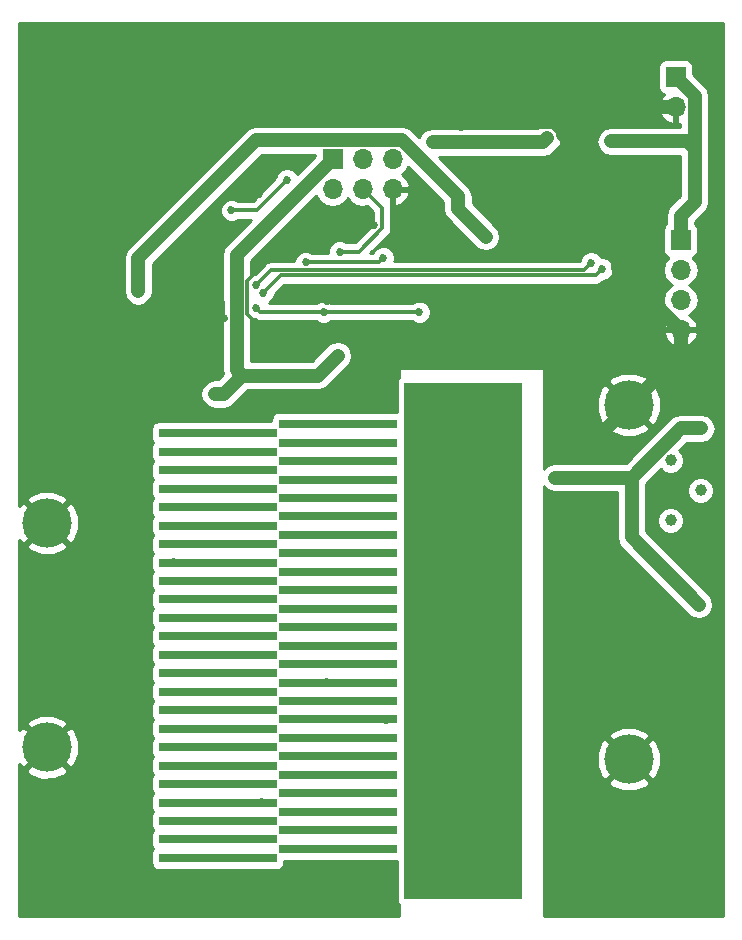
<source format=gbr>
G04 #@! TF.FileFunction,Copper,L2,Bot,Signal*
%FSLAX46Y46*%
G04 Gerber Fmt 4.6, Leading zero omitted, Abs format (unit mm)*
G04 Created by KiCad (PCBNEW 4.0.7) date Tue May 22 04:59:50 2018*
%MOMM*%
%LPD*%
G01*
G04 APERTURE LIST*
%ADD10C,0.100000*%
%ADD11R,10.000000X0.781250*%
%ADD12R,1.700000X1.700000*%
%ADD13O,1.700000X1.700000*%
%ADD14C,1.000000*%
%ADD15C,4.175000*%
%ADD16R,10.000000X43.750000*%
%ADD17C,0.685800*%
%ADD18C,1.200000*%
%ADD19C,0.300000*%
%ADD20C,0.600000*%
%ADD21C,0.254000*%
G04 APERTURE END LIST*
D10*
D11*
X84520000Y-123359375D03*
X94680000Y-122578125D03*
X84520000Y-121796875D03*
X94680000Y-121015625D03*
X84520000Y-120234375D03*
X94680000Y-119453125D03*
X84520000Y-118671875D03*
X94680000Y-117890625D03*
X84520000Y-117109375D03*
X94680000Y-116328125D03*
X84520000Y-115546875D03*
X94680000Y-114765625D03*
X84520000Y-113984375D03*
X94680000Y-113203125D03*
X84520000Y-112421875D03*
X94680000Y-111640625D03*
X84520000Y-110859375D03*
X94680000Y-110078125D03*
X84520000Y-109296875D03*
X94680000Y-108515625D03*
X84520000Y-107734375D03*
X94680000Y-106953125D03*
X84520000Y-106171875D03*
X94680000Y-105390625D03*
X84520000Y-104609375D03*
X94680000Y-103828125D03*
X84520000Y-103046875D03*
X94680000Y-102265625D03*
X84520000Y-101484375D03*
X94680000Y-100703125D03*
X84520000Y-99921875D03*
X94680000Y-99140625D03*
X84520000Y-98359375D03*
X94680000Y-97578125D03*
X84520000Y-96796875D03*
X94680000Y-96015625D03*
X84520000Y-95234375D03*
X94680000Y-94453125D03*
X84520000Y-93671875D03*
X94680000Y-92890625D03*
X84520000Y-92109375D03*
X94680000Y-91328125D03*
X84520000Y-90546875D03*
X94680000Y-89765625D03*
X84520000Y-88984375D03*
X94680000Y-88203125D03*
X84520000Y-87421875D03*
X94680000Y-86640625D03*
D12*
X123713240Y-71043800D03*
D13*
X123713240Y-73583800D03*
X123713240Y-76123800D03*
X123713240Y-78663800D03*
D12*
X94254320Y-64193420D03*
D13*
X94254320Y-66733420D03*
X96794320Y-64193420D03*
X96794320Y-66733420D03*
X99334320Y-64193420D03*
X99334320Y-66733420D03*
D12*
X123299220Y-57251600D03*
D13*
X123299220Y-59791600D03*
D14*
X125407420Y-92250260D03*
X122867420Y-89710260D03*
X122867420Y-94790260D03*
D15*
X70064600Y-95000000D03*
X119323000Y-85000000D03*
X70064600Y-114000000D03*
X119323000Y-115000000D03*
D16*
X105320000Y-105000000D03*
D17*
X94681040Y-80840580D03*
X84284783Y-84086663D03*
X84783921Y-76266472D03*
X85037919Y-77670934D03*
X91467940Y-80192880D03*
X94200980Y-60896501D03*
X88000840Y-67185540D03*
X87754460Y-64787780D03*
X76923900Y-62819280D03*
X97790000Y-69758560D03*
X90845640Y-71155560D03*
X86951819Y-60896501D03*
X116725700Y-106446320D03*
X120637300Y-76641960D03*
X120523000Y-71158100D03*
X99265905Y-75793750D03*
X93786960Y-76179680D03*
X79750920Y-68097400D03*
X72550020Y-75803760D03*
X120754140Y-101610160D03*
X113352580Y-110893860D03*
X117594380Y-98582480D03*
X116189760Y-88239600D03*
X110688120Y-61059060D03*
X116420900Y-55900320D03*
X105084880Y-61239400D03*
X109623860Y-55450740D03*
X81747360Y-71135240D03*
X83350100Y-71836280D03*
X107215940Y-70779640D03*
X77782420Y-75369420D03*
X125243092Y-101908078D03*
X113085880Y-91159580D03*
X125432820Y-87005160D03*
X93484700Y-77149960D03*
X101602540Y-77149960D03*
X87777320Y-76797050D03*
X85686518Y-68539360D03*
X90385900Y-65963800D03*
X117820440Y-62684660D03*
X112425480Y-62410340D03*
X102709980Y-62773560D03*
X117053595Y-73504547D03*
X88380076Y-75507396D03*
X116131340Y-72994520D03*
X87774075Y-74862086D03*
X94841060Y-72036940D03*
X80779620Y-123350000D03*
X80779620Y-117125000D03*
X80779620Y-110850000D03*
X80779620Y-104600000D03*
X80779620Y-98350000D03*
X80779620Y-92100000D03*
X91250000Y-91325700D03*
X91250000Y-97574100D03*
X91250000Y-103822500D03*
X91250000Y-110070900D03*
X91250000Y-116332000D03*
X91250000Y-122567700D03*
X83273900Y-121800000D03*
X83273900Y-115550000D03*
X83273900Y-109300000D03*
X83273900Y-103050000D03*
X83273900Y-96800000D03*
X83273900Y-90550000D03*
X93750000Y-89763600D03*
X93750000Y-96012000D03*
X93750000Y-102260400D03*
X93750000Y-108508800D03*
X93750000Y-114757200D03*
X93750000Y-121018300D03*
X85770720Y-120225000D03*
X85770720Y-113975000D03*
X85770720Y-107725000D03*
X85770720Y-101475000D03*
X85770720Y-95237300D03*
X85770720Y-88968580D03*
X96250000Y-88201500D03*
X96250000Y-94449900D03*
X96250000Y-100698300D03*
X96250000Y-106959400D03*
X96250000Y-113182400D03*
X96250000Y-119456200D03*
X88267540Y-118658640D03*
X88267540Y-112410240D03*
X88267540Y-106169460D03*
X88267540Y-99923600D03*
X88267540Y-93667580D03*
X88267540Y-87424260D03*
X98750000Y-86639400D03*
X98750000Y-92887800D03*
X98750000Y-99136200D03*
X98750000Y-105397300D03*
X98750000Y-111645700D03*
X98750000Y-117894100D03*
X105000000Y-123500000D03*
X105000000Y-111500000D03*
X105000000Y-99000000D03*
X105000000Y-86500000D03*
X91968320Y-72950899D03*
X98534220Y-72555100D03*
D18*
X94254320Y-64193420D02*
X86133229Y-72314511D01*
X86133229Y-82084469D02*
X86591140Y-82542380D01*
X86133229Y-72314511D02*
X86133229Y-82084469D01*
X91810840Y-82542380D02*
X92979240Y-82542380D01*
X92979240Y-82542380D02*
X94681040Y-80840580D01*
X86591140Y-82542380D02*
X91810840Y-82542380D01*
X86591140Y-82542380D02*
X85046857Y-84086663D01*
X85046857Y-84086663D02*
X84284783Y-84086663D01*
D19*
X87035640Y-77297280D02*
X89931240Y-80192880D01*
X89931240Y-80192880D02*
X91467940Y-80192880D01*
D20*
X84783921Y-77416936D02*
X85037919Y-77670934D01*
X84783921Y-76266472D02*
X84783921Y-77416936D01*
D19*
X87035640Y-74480627D02*
X87035640Y-77297280D01*
X90360707Y-71155560D02*
X87035640Y-74480627D01*
X90845640Y-71155560D02*
X90360707Y-71155560D01*
D18*
X86951819Y-60896501D02*
X94200980Y-60896501D01*
X94200980Y-60896501D02*
X104741981Y-60896501D01*
D19*
X87754460Y-64787780D02*
X87754460Y-66939160D01*
X87754460Y-66939160D02*
X88000840Y-67185540D01*
X86951819Y-60896501D02*
X78846679Y-60896501D01*
X78846679Y-60896501D02*
X76923900Y-62819280D01*
X90845640Y-71155560D02*
X92242640Y-69758560D01*
X92242640Y-69758560D02*
X97790000Y-69758560D01*
D18*
X79750920Y-68097400D02*
X86951819Y-60896501D01*
X104741981Y-60896501D02*
X105084880Y-61239400D01*
D20*
X115542060Y-100634800D02*
X113352580Y-102824280D01*
X117594380Y-98582480D02*
X115542060Y-100634800D01*
X115542060Y-100634800D02*
X115542060Y-105262680D01*
X115542060Y-105262680D02*
X116725700Y-106446320D01*
D18*
X118369080Y-73420497D02*
X121122440Y-76121895D01*
X121122440Y-76121895D02*
X123713240Y-78663800D01*
D19*
X120637300Y-76641960D02*
X121122440Y-76156820D01*
X121122440Y-76156820D02*
X121122440Y-76121895D01*
D18*
X118369080Y-66441344D02*
X118369080Y-70172580D01*
D19*
X120523000Y-71158100D02*
X120180101Y-70815201D01*
D18*
X118369080Y-70172580D02*
X118369080Y-73420497D01*
D19*
X120180101Y-70815201D02*
X119011701Y-70815201D01*
X119011701Y-70815201D02*
X118369080Y-70172580D01*
D18*
X113777889Y-61850153D02*
X118369080Y-66441344D01*
D19*
X98923006Y-76136649D02*
X99265905Y-75793750D01*
X93786960Y-76179680D02*
X98879975Y-76179680D01*
X98879975Y-76179680D02*
X98923006Y-76136649D01*
D20*
X113352580Y-110893860D02*
X115216860Y-110893860D01*
X115216860Y-110893860D02*
X119323000Y-115000000D01*
X78679040Y-77066140D02*
X78679040Y-76507340D01*
X78679040Y-76507340D02*
X83350100Y-71836280D01*
X73812400Y-77066140D02*
X78679040Y-77066140D01*
X72550020Y-75803760D02*
X73812400Y-77066140D01*
D19*
X116189760Y-88239600D02*
X119323000Y-85106360D01*
X119323000Y-85106360D02*
X119323000Y-85000000D01*
X118369080Y-73098453D02*
X118369080Y-73420497D01*
D20*
X117594380Y-98582480D02*
X117726460Y-98582480D01*
X117726460Y-98582480D02*
X120754140Y-101610160D01*
X113352580Y-102824280D02*
X113352580Y-110893860D01*
D18*
X123713240Y-78663800D02*
X123713240Y-80716120D01*
X123713240Y-80716120D02*
X116189760Y-88239600D01*
X110688120Y-61059060D02*
X111864164Y-61059060D01*
X112985667Y-61057931D02*
X113777889Y-61850153D01*
X113777889Y-61850153D02*
X113777889Y-62193029D01*
X111864164Y-61059060D02*
X111865293Y-61057931D01*
X111865293Y-61057931D02*
X112985667Y-61057931D01*
X105084880Y-61239400D02*
X107629960Y-58694320D01*
X107629960Y-58694320D02*
X109623860Y-56700420D01*
X110345221Y-60716161D02*
X109651801Y-60716161D01*
X110688120Y-61059060D02*
X110345221Y-60716161D01*
X109651801Y-60716161D02*
X107629960Y-58694320D01*
X123299220Y-59791600D02*
X120312180Y-59791600D01*
X120312180Y-59791600D02*
X116420900Y-55900320D01*
X109623860Y-56700420D02*
X109623860Y-56575960D01*
X109623860Y-55450740D02*
X109623860Y-56575960D01*
D19*
X83350100Y-71836280D02*
X82448400Y-71836280D01*
X82448400Y-71836280D02*
X81747360Y-71135240D01*
D18*
X104858820Y-67346366D02*
X104858820Y-68422520D01*
X104858820Y-68422520D02*
X107215940Y-70779640D01*
X77782420Y-72600820D02*
X87792221Y-62591019D01*
X87792221Y-62591019D02*
X100103473Y-62591019D01*
X100103473Y-62591019D02*
X104858820Y-67346366D01*
X77782420Y-75369420D02*
X77782420Y-72600820D01*
X119564546Y-91159580D02*
X119564546Y-96229532D01*
X119564546Y-96229532D02*
X125243092Y-101908078D01*
X125432820Y-87005160D02*
X123718966Y-87005160D01*
X123718966Y-87005160D02*
X119564546Y-91159580D01*
X119564546Y-91159580D02*
X113085880Y-91159580D01*
D19*
X101602540Y-77149960D02*
X93484700Y-77149960D01*
X93484700Y-77149960D02*
X88130230Y-77149960D01*
X88120219Y-77139949D02*
X87777320Y-76797050D01*
X88130230Y-77149960D02*
X88120219Y-77139949D01*
X90385900Y-65963800D02*
X87810340Y-68539360D01*
X87810340Y-68539360D02*
X85686518Y-68539360D01*
D18*
X124901621Y-63306960D02*
X124901621Y-62684660D01*
X124901621Y-62684660D02*
X124901621Y-58854001D01*
X117820440Y-62684660D02*
X124901621Y-62684660D01*
X102709980Y-62773560D02*
X112062260Y-62773560D01*
X112062260Y-62773560D02*
X112425480Y-62410340D01*
X124901621Y-67805419D02*
X124901621Y-63306960D01*
X124368221Y-62773560D02*
X124901621Y-63306960D01*
X123713240Y-71043800D02*
X123713240Y-68993800D01*
X123713240Y-68993800D02*
X124901621Y-67805419D01*
X124901621Y-58854001D02*
X123299220Y-57251600D01*
D19*
X116509522Y-74048620D02*
X116710696Y-73847446D01*
X116710696Y-73847446D02*
X117053595Y-73504547D01*
X88380076Y-75507396D02*
X89838852Y-74048620D01*
X89838852Y-74048620D02*
X116509522Y-74048620D01*
X115788441Y-73337419D02*
X116131340Y-72994520D01*
X115529651Y-73596209D02*
X115788441Y-73337419D01*
X87774075Y-74862086D02*
X89039952Y-73596209D01*
X89039952Y-73596209D02*
X115529651Y-73596209D01*
X95325993Y-72036940D02*
X94841060Y-72036940D01*
X98435302Y-70068306D02*
X96466668Y-72036940D01*
X98435302Y-68374402D02*
X98435302Y-70068306D01*
X96794320Y-66733420D02*
X98435302Y-68374402D01*
X96466668Y-72036940D02*
X95325993Y-72036940D01*
X98138421Y-72950899D02*
X92453253Y-72950899D01*
X98534220Y-72555100D02*
X98138421Y-72950899D01*
X92453253Y-72950899D02*
X91968320Y-72950899D01*
D21*
G36*
X127290000Y-128290000D02*
X112127000Y-128290000D01*
X112127000Y-116938183D01*
X117564423Y-116938183D01*
X117795858Y-117317996D01*
X118799163Y-117725961D01*
X119882218Y-117718923D01*
X120850142Y-117317996D01*
X121081577Y-116938183D01*
X119323000Y-115179605D01*
X117564423Y-116938183D01*
X112127000Y-116938183D01*
X112127000Y-114476163D01*
X116597039Y-114476163D01*
X116604077Y-115559218D01*
X117005004Y-116527142D01*
X117384817Y-116758577D01*
X119143395Y-115000000D01*
X119502605Y-115000000D01*
X121261183Y-116758577D01*
X121640996Y-116527142D01*
X122048961Y-115523837D01*
X122041923Y-114440782D01*
X121640996Y-113472858D01*
X121261183Y-113241423D01*
X119502605Y-115000000D01*
X119143395Y-115000000D01*
X117384817Y-113241423D01*
X117005004Y-113472858D01*
X116597039Y-114476163D01*
X112127000Y-114476163D01*
X112127000Y-113061817D01*
X117564423Y-113061817D01*
X119323000Y-114820395D01*
X121081577Y-113061817D01*
X120850142Y-112682004D01*
X119846837Y-112274039D01*
X118763782Y-112281077D01*
X117795858Y-112682004D01*
X117564423Y-113061817D01*
X112127000Y-113061817D01*
X112127000Y-91904743D01*
X112212603Y-92032857D01*
X112613266Y-92300571D01*
X113085880Y-92394580D01*
X118329546Y-92394580D01*
X118329546Y-96229532D01*
X118423555Y-96702146D01*
X118691269Y-97102809D01*
X124369815Y-102781355D01*
X124770478Y-103049069D01*
X125243092Y-103143078D01*
X125715706Y-103049069D01*
X126116369Y-102781355D01*
X126384083Y-102380692D01*
X126478092Y-101908078D01*
X126384083Y-101435464D01*
X126116369Y-101034801D01*
X120799546Y-95717978D01*
X120799546Y-95015035D01*
X121732223Y-95015035D01*
X121904653Y-95432346D01*
X122223655Y-95751905D01*
X122640664Y-95925063D01*
X123092195Y-95925457D01*
X123509506Y-95753027D01*
X123829065Y-95434025D01*
X124002223Y-95017016D01*
X124002617Y-94565485D01*
X123830187Y-94148174D01*
X123511185Y-93828615D01*
X123094176Y-93655457D01*
X122642645Y-93655063D01*
X122225334Y-93827493D01*
X121905775Y-94146495D01*
X121732617Y-94563504D01*
X121732223Y-95015035D01*
X120799546Y-95015035D01*
X120799546Y-92475035D01*
X124272223Y-92475035D01*
X124444653Y-92892346D01*
X124763655Y-93211905D01*
X125180664Y-93385063D01*
X125632195Y-93385457D01*
X126049506Y-93213027D01*
X126369065Y-92894025D01*
X126542223Y-92477016D01*
X126542617Y-92025485D01*
X126370187Y-91608174D01*
X126051185Y-91288615D01*
X125634176Y-91115457D01*
X125182645Y-91115063D01*
X124765334Y-91287493D01*
X124445775Y-91606495D01*
X124272617Y-92023504D01*
X124272223Y-92475035D01*
X120799546Y-92475035D01*
X120799546Y-91671134D01*
X122011400Y-90459280D01*
X122223655Y-90671905D01*
X122640664Y-90845063D01*
X123092195Y-90845457D01*
X123509506Y-90673027D01*
X123829065Y-90354025D01*
X124002223Y-89937016D01*
X124002617Y-89485485D01*
X123830187Y-89068174D01*
X123616533Y-88854147D01*
X124230520Y-88240160D01*
X125432820Y-88240160D01*
X125905434Y-88146151D01*
X126306097Y-87878437D01*
X126573811Y-87477774D01*
X126667820Y-87005160D01*
X126573811Y-86532546D01*
X126306097Y-86131883D01*
X125905434Y-85864169D01*
X125432820Y-85770160D01*
X123718966Y-85770160D01*
X123246352Y-85864169D01*
X122845689Y-86131883D01*
X119052992Y-89924580D01*
X113085880Y-89924580D01*
X112613266Y-90018589D01*
X112212603Y-90286303D01*
X112127000Y-90414417D01*
X112127000Y-86938183D01*
X117564423Y-86938183D01*
X117795858Y-87317996D01*
X118799163Y-87725961D01*
X119882218Y-87718923D01*
X120850142Y-87317996D01*
X121081577Y-86938183D01*
X119323000Y-85179605D01*
X117564423Y-86938183D01*
X112127000Y-86938183D01*
X112127000Y-84476163D01*
X116597039Y-84476163D01*
X116604077Y-85559218D01*
X117005004Y-86527142D01*
X117384817Y-86758577D01*
X119143395Y-85000000D01*
X119502605Y-85000000D01*
X121261183Y-86758577D01*
X121640996Y-86527142D01*
X122048961Y-85523837D01*
X122041923Y-84440782D01*
X121640996Y-83472858D01*
X121261183Y-83241423D01*
X119502605Y-85000000D01*
X119143395Y-85000000D01*
X117384817Y-83241423D01*
X117005004Y-83472858D01*
X116597039Y-84476163D01*
X112127000Y-84476163D01*
X112127000Y-83061817D01*
X117564423Y-83061817D01*
X119323000Y-84820395D01*
X121081577Y-83061817D01*
X120850142Y-82682004D01*
X119846837Y-82274039D01*
X118763782Y-82281077D01*
X117795858Y-82682004D01*
X117564423Y-83061817D01*
X112127000Y-83061817D01*
X112127000Y-82000000D01*
X112116994Y-81950590D01*
X112088553Y-81908965D01*
X112046159Y-81881685D01*
X112000000Y-81873000D01*
X100000000Y-81873000D01*
X99950590Y-81883006D01*
X99908965Y-81911447D01*
X99881685Y-81953841D01*
X99873000Y-82000000D01*
X99873000Y-82658052D01*
X99868559Y-82660910D01*
X99723569Y-82873110D01*
X99672560Y-83125000D01*
X99672560Y-85602560D01*
X89680000Y-85602560D01*
X89444683Y-85646838D01*
X89228559Y-85785910D01*
X89083569Y-85998110D01*
X89032560Y-86250000D01*
X89032560Y-86383810D01*
X79520000Y-86383810D01*
X79284683Y-86428088D01*
X79068559Y-86567160D01*
X78923569Y-86779360D01*
X78872560Y-87031250D01*
X78872560Y-87812500D01*
X78916838Y-88047817D01*
X79017545Y-88204321D01*
X78923569Y-88341860D01*
X78872560Y-88593750D01*
X78872560Y-89375000D01*
X78916838Y-89610317D01*
X79017545Y-89766821D01*
X78923569Y-89904360D01*
X78872560Y-90156250D01*
X78872560Y-90937500D01*
X78916838Y-91172817D01*
X79017545Y-91329321D01*
X78923569Y-91466860D01*
X78872560Y-91718750D01*
X78872560Y-92500000D01*
X78916838Y-92735317D01*
X79017545Y-92891821D01*
X78923569Y-93029360D01*
X78872560Y-93281250D01*
X78872560Y-94062500D01*
X78916838Y-94297817D01*
X79017545Y-94454321D01*
X78923569Y-94591860D01*
X78872560Y-94843750D01*
X78872560Y-95625000D01*
X78916838Y-95860317D01*
X79017545Y-96016821D01*
X78923569Y-96154360D01*
X78872560Y-96406250D01*
X78872560Y-97187500D01*
X78916838Y-97422817D01*
X79017545Y-97579321D01*
X78923569Y-97716860D01*
X78872560Y-97968750D01*
X78872560Y-98750000D01*
X78916838Y-98985317D01*
X79017545Y-99141821D01*
X78923569Y-99279360D01*
X78872560Y-99531250D01*
X78872560Y-100312500D01*
X78916838Y-100547817D01*
X79017545Y-100704321D01*
X78923569Y-100841860D01*
X78872560Y-101093750D01*
X78872560Y-101875000D01*
X78916838Y-102110317D01*
X79017545Y-102266821D01*
X78923569Y-102404360D01*
X78872560Y-102656250D01*
X78872560Y-103437500D01*
X78916838Y-103672817D01*
X79017545Y-103829321D01*
X78923569Y-103966860D01*
X78872560Y-104218750D01*
X78872560Y-105000000D01*
X78916838Y-105235317D01*
X79017545Y-105391821D01*
X78923569Y-105529360D01*
X78872560Y-105781250D01*
X78872560Y-106562500D01*
X78916838Y-106797817D01*
X79017545Y-106954321D01*
X78923569Y-107091860D01*
X78872560Y-107343750D01*
X78872560Y-108125000D01*
X78916838Y-108360317D01*
X79017545Y-108516821D01*
X78923569Y-108654360D01*
X78872560Y-108906250D01*
X78872560Y-109687500D01*
X78916838Y-109922817D01*
X79017545Y-110079321D01*
X78923569Y-110216860D01*
X78872560Y-110468750D01*
X78872560Y-111250000D01*
X78916838Y-111485317D01*
X79017545Y-111641821D01*
X78923569Y-111779360D01*
X78872560Y-112031250D01*
X78872560Y-112812500D01*
X78916838Y-113047817D01*
X79017545Y-113204321D01*
X78923569Y-113341860D01*
X78872560Y-113593750D01*
X78872560Y-114375000D01*
X78916838Y-114610317D01*
X79017545Y-114766821D01*
X78923569Y-114904360D01*
X78872560Y-115156250D01*
X78872560Y-115937500D01*
X78916838Y-116172817D01*
X79017545Y-116329321D01*
X78923569Y-116466860D01*
X78872560Y-116718750D01*
X78872560Y-117500000D01*
X78916838Y-117735317D01*
X79017545Y-117891821D01*
X78923569Y-118029360D01*
X78872560Y-118281250D01*
X78872560Y-119062500D01*
X78916838Y-119297817D01*
X79017545Y-119454321D01*
X78923569Y-119591860D01*
X78872560Y-119843750D01*
X78872560Y-120625000D01*
X78916838Y-120860317D01*
X79017545Y-121016821D01*
X78923569Y-121154360D01*
X78872560Y-121406250D01*
X78872560Y-122187500D01*
X78916838Y-122422817D01*
X79017545Y-122579321D01*
X78923569Y-122716860D01*
X78872560Y-122968750D01*
X78872560Y-123750000D01*
X78916838Y-123985317D01*
X79055910Y-124201441D01*
X79268110Y-124346431D01*
X79520000Y-124397440D01*
X89520000Y-124397440D01*
X89755317Y-124353162D01*
X89971441Y-124214090D01*
X90116431Y-124001890D01*
X90167440Y-123750000D01*
X90167440Y-123616190D01*
X99672560Y-123616190D01*
X99672560Y-126875000D01*
X99716838Y-127110317D01*
X99855910Y-127326441D01*
X99873000Y-127338118D01*
X99873000Y-128290000D01*
X67710000Y-128290000D01*
X67710000Y-115938183D01*
X68306023Y-115938183D01*
X68537458Y-116317996D01*
X69540763Y-116725961D01*
X70623818Y-116718923D01*
X71591742Y-116317996D01*
X71823177Y-115938183D01*
X70064600Y-114179605D01*
X68306023Y-115938183D01*
X67710000Y-115938183D01*
X67710000Y-115438772D01*
X67746604Y-115527142D01*
X68126417Y-115758577D01*
X69884995Y-114000000D01*
X70244205Y-114000000D01*
X72002783Y-115758577D01*
X72382596Y-115527142D01*
X72790561Y-114523837D01*
X72783523Y-113440782D01*
X72382596Y-112472858D01*
X72002783Y-112241423D01*
X70244205Y-114000000D01*
X69884995Y-114000000D01*
X68126417Y-112241423D01*
X67746604Y-112472858D01*
X67710000Y-112562878D01*
X67710000Y-112061817D01*
X68306023Y-112061817D01*
X70064600Y-113820395D01*
X71823177Y-112061817D01*
X71591742Y-111682004D01*
X70588437Y-111274039D01*
X69505382Y-111281077D01*
X68537458Y-111682004D01*
X68306023Y-112061817D01*
X67710000Y-112061817D01*
X67710000Y-96938183D01*
X68306023Y-96938183D01*
X68537458Y-97317996D01*
X69540763Y-97725961D01*
X70623818Y-97718923D01*
X71591742Y-97317996D01*
X71823177Y-96938183D01*
X70064600Y-95179605D01*
X68306023Y-96938183D01*
X67710000Y-96938183D01*
X67710000Y-96438772D01*
X67746604Y-96527142D01*
X68126417Y-96758577D01*
X69884995Y-95000000D01*
X70244205Y-95000000D01*
X72002783Y-96758577D01*
X72382596Y-96527142D01*
X72790561Y-95523837D01*
X72783523Y-94440782D01*
X72382596Y-93472858D01*
X72002783Y-93241423D01*
X70244205Y-95000000D01*
X69884995Y-95000000D01*
X68126417Y-93241423D01*
X67746604Y-93472858D01*
X67710000Y-93562878D01*
X67710000Y-93061817D01*
X68306023Y-93061817D01*
X70064600Y-94820395D01*
X71823177Y-93061817D01*
X71591742Y-92682004D01*
X70588437Y-92274039D01*
X69505382Y-92281077D01*
X68537458Y-92682004D01*
X68306023Y-93061817D01*
X67710000Y-93061817D01*
X67710000Y-72600820D01*
X76547420Y-72600820D01*
X76547420Y-75369420D01*
X76641429Y-75842034D01*
X76909143Y-76242697D01*
X77309806Y-76510411D01*
X77782420Y-76604420D01*
X78255034Y-76510411D01*
X78655697Y-76242697D01*
X78923411Y-75842034D01*
X79017420Y-75369420D01*
X79017420Y-73112374D01*
X88303775Y-63826019D01*
X92756880Y-63826019D01*
X92756880Y-63944306D01*
X91237391Y-65463795D01*
X91215407Y-65410588D01*
X90940559Y-65135260D01*
X90581270Y-64986070D01*
X90192237Y-64985731D01*
X89832688Y-65134293D01*
X89557360Y-65409141D01*
X89408170Y-65768430D01*
X89408115Y-65831427D01*
X87485182Y-67754360D01*
X86284641Y-67754360D01*
X86241177Y-67710820D01*
X85881888Y-67561630D01*
X85492855Y-67561291D01*
X85133306Y-67709853D01*
X84857978Y-67984701D01*
X84708788Y-68343990D01*
X84708449Y-68733023D01*
X84857011Y-69092572D01*
X85131859Y-69367900D01*
X85491148Y-69517090D01*
X85880181Y-69517429D01*
X86239730Y-69368867D01*
X86284315Y-69324360D01*
X87376826Y-69324360D01*
X85259952Y-71441234D01*
X84992238Y-71841897D01*
X84898229Y-72314511D01*
X84898229Y-82084469D01*
X84965302Y-82421664D01*
X84535303Y-82851663D01*
X84284783Y-82851663D01*
X83812169Y-82945672D01*
X83411506Y-83213386D01*
X83143792Y-83614049D01*
X83049783Y-84086663D01*
X83143792Y-84559277D01*
X83411506Y-84959940D01*
X83812169Y-85227654D01*
X84284783Y-85321663D01*
X85046857Y-85321663D01*
X85519471Y-85227654D01*
X85920134Y-84959940D01*
X87102694Y-83777380D01*
X92979240Y-83777380D01*
X93451854Y-83683371D01*
X93852517Y-83415657D01*
X95554317Y-81713857D01*
X95822031Y-81313194D01*
X95916040Y-80840580D01*
X95822031Y-80367966D01*
X95554317Y-79967303D01*
X95153654Y-79699589D01*
X94681040Y-79605580D01*
X94208426Y-79699589D01*
X93807763Y-79967303D01*
X92467686Y-81307380D01*
X87368229Y-81307380D01*
X87368229Y-79020690D01*
X122271764Y-79020690D01*
X122441595Y-79430724D01*
X122831882Y-79858983D01*
X123356348Y-80105286D01*
X123586240Y-79984619D01*
X123586240Y-78790800D01*
X123840240Y-78790800D01*
X123840240Y-79984619D01*
X124070132Y-80105286D01*
X124594598Y-79858983D01*
X124984885Y-79430724D01*
X125154716Y-79020690D01*
X125033395Y-78790800D01*
X123840240Y-78790800D01*
X123586240Y-78790800D01*
X122393085Y-78790800D01*
X122271764Y-79020690D01*
X87368229Y-79020690D01*
X87368229Y-77686035D01*
X87581950Y-77774780D01*
X87679654Y-77774865D01*
X87829824Y-77875205D01*
X88130230Y-77934960D01*
X92886577Y-77934960D01*
X92930041Y-77978500D01*
X93289330Y-78127690D01*
X93678363Y-78128029D01*
X94037912Y-77979467D01*
X94082497Y-77934960D01*
X101004417Y-77934960D01*
X101047881Y-77978500D01*
X101407170Y-78127690D01*
X101796203Y-78128029D01*
X102155752Y-77979467D01*
X102431080Y-77704619D01*
X102580270Y-77345330D01*
X102580609Y-76956297D01*
X102432047Y-76596748D01*
X102157199Y-76321420D01*
X101797910Y-76172230D01*
X101408877Y-76171891D01*
X101049328Y-76320453D01*
X101004743Y-76364960D01*
X94082823Y-76364960D01*
X94039359Y-76321420D01*
X93680070Y-76172230D01*
X93291037Y-76171891D01*
X92931488Y-76320453D01*
X92886903Y-76364960D01*
X88865385Y-76364960D01*
X88933288Y-76336903D01*
X89208616Y-76062055D01*
X89357806Y-75702766D01*
X89357861Y-75639769D01*
X90164010Y-74833620D01*
X116509522Y-74833620D01*
X116809929Y-74773865D01*
X117064601Y-74603699D01*
X117185738Y-74482562D01*
X117247258Y-74482616D01*
X117606807Y-74334054D01*
X117882135Y-74059206D01*
X118031325Y-73699917D01*
X118031664Y-73310884D01*
X117883102Y-72951335D01*
X117608254Y-72676007D01*
X117248965Y-72526817D01*
X116996087Y-72526597D01*
X116960847Y-72441308D01*
X116685999Y-72165980D01*
X116326710Y-72016790D01*
X115937677Y-72016451D01*
X115578128Y-72165013D01*
X115302800Y-72439861D01*
X115153610Y-72799150D01*
X115153599Y-72811209D01*
X99486729Y-72811209D01*
X99511950Y-72750470D01*
X99512289Y-72361437D01*
X99363727Y-72001888D01*
X99088879Y-71726560D01*
X98729590Y-71577370D01*
X98340557Y-71577031D01*
X97981008Y-71725593D01*
X97705680Y-72000441D01*
X97636976Y-72165899D01*
X97447867Y-72165899D01*
X98990381Y-70623385D01*
X99160547Y-70368712D01*
X99220302Y-70068306D01*
X99220302Y-68374402D01*
X99195062Y-68247513D01*
X99161315Y-68077854D01*
X99207320Y-68053575D01*
X99207320Y-66860420D01*
X99461320Y-66860420D01*
X99461320Y-68053575D01*
X99691210Y-68174896D01*
X100101244Y-68005065D01*
X100529503Y-67614778D01*
X100775806Y-67090312D01*
X100655139Y-66860420D01*
X99461320Y-66860420D01*
X99207320Y-66860420D01*
X99187320Y-66860420D01*
X99187320Y-66606420D01*
X99207320Y-66606420D01*
X99207320Y-66586420D01*
X99461320Y-66586420D01*
X99461320Y-66606420D01*
X100655139Y-66606420D01*
X100775806Y-66376528D01*
X100529503Y-65852062D01*
X100101244Y-65461775D01*
X100101219Y-65461765D01*
X100384374Y-65272567D01*
X100646367Y-64880467D01*
X103623820Y-67857920D01*
X103623820Y-68422520D01*
X103717829Y-68895134D01*
X103985543Y-69295797D01*
X106342663Y-71652917D01*
X106743326Y-71920631D01*
X107215940Y-72014640D01*
X107688554Y-71920631D01*
X108089217Y-71652917D01*
X108356931Y-71252254D01*
X108450940Y-70779640D01*
X108356931Y-70307026D01*
X108089217Y-69906363D01*
X106093820Y-67910966D01*
X106093820Y-67346366D01*
X105999811Y-66873752D01*
X105732097Y-66473089D01*
X103267568Y-64008560D01*
X112062260Y-64008560D01*
X112534874Y-63914551D01*
X112935537Y-63646837D01*
X113298757Y-63283617D01*
X113566471Y-62882954D01*
X113605914Y-62684660D01*
X116585440Y-62684660D01*
X116679449Y-63157274D01*
X116947163Y-63557937D01*
X117347826Y-63825651D01*
X117820440Y-63919660D01*
X123666621Y-63919660D01*
X123666621Y-67293865D01*
X122839963Y-68120523D01*
X122572249Y-68521186D01*
X122478240Y-68993800D01*
X122478240Y-69686956D01*
X122411799Y-69729710D01*
X122266809Y-69941910D01*
X122215800Y-70193800D01*
X122215800Y-71893800D01*
X122260078Y-72129117D01*
X122399150Y-72345241D01*
X122611350Y-72490231D01*
X122678781Y-72503886D01*
X122634093Y-72533746D01*
X122312186Y-73015515D01*
X122199147Y-73583800D01*
X122312186Y-74152085D01*
X122634093Y-74633854D01*
X122963266Y-74853800D01*
X122634093Y-75073746D01*
X122312186Y-75555515D01*
X122199147Y-76123800D01*
X122312186Y-76692085D01*
X122634093Y-77173854D01*
X122974793Y-77401502D01*
X122831882Y-77468617D01*
X122441595Y-77896876D01*
X122271764Y-78306910D01*
X122393085Y-78536800D01*
X123586240Y-78536800D01*
X123586240Y-78516800D01*
X123840240Y-78516800D01*
X123840240Y-78536800D01*
X125033395Y-78536800D01*
X125154716Y-78306910D01*
X124984885Y-77896876D01*
X124594598Y-77468617D01*
X124451687Y-77401502D01*
X124792387Y-77173854D01*
X125114294Y-76692085D01*
X125227333Y-76123800D01*
X125114294Y-75555515D01*
X124792387Y-75073746D01*
X124463214Y-74853800D01*
X124792387Y-74633854D01*
X125114294Y-74152085D01*
X125227333Y-73583800D01*
X125114294Y-73015515D01*
X124792387Y-72533746D01*
X124750788Y-72505950D01*
X124798557Y-72496962D01*
X125014681Y-72357890D01*
X125159671Y-72145690D01*
X125210680Y-71893800D01*
X125210680Y-70193800D01*
X125166402Y-69958483D01*
X125027330Y-69742359D01*
X124948240Y-69688319D01*
X124948240Y-69505354D01*
X125774898Y-68678696D01*
X126042612Y-68278033D01*
X126136622Y-67805419D01*
X126136621Y-67805414D01*
X126136621Y-63306965D01*
X126136622Y-63306960D01*
X126136621Y-63306955D01*
X126136621Y-58854001D01*
X126042612Y-58381387D01*
X125774898Y-57980724D01*
X124796660Y-57002486D01*
X124796660Y-56401600D01*
X124752382Y-56166283D01*
X124613310Y-55950159D01*
X124401110Y-55805169D01*
X124149220Y-55754160D01*
X122449220Y-55754160D01*
X122213903Y-55798438D01*
X121997779Y-55937510D01*
X121852789Y-56149710D01*
X121801780Y-56401600D01*
X121801780Y-58101600D01*
X121846058Y-58336917D01*
X121985130Y-58553041D01*
X122197330Y-58698031D01*
X122305327Y-58719901D01*
X122027575Y-59024676D01*
X121857744Y-59434710D01*
X121979065Y-59664600D01*
X123172220Y-59664600D01*
X123172220Y-59644600D01*
X123426220Y-59644600D01*
X123426220Y-59664600D01*
X123446220Y-59664600D01*
X123446220Y-59918600D01*
X123426220Y-59918600D01*
X123426220Y-61112419D01*
X123656112Y-61233086D01*
X123666621Y-61228151D01*
X123666621Y-61449660D01*
X117820440Y-61449660D01*
X117347826Y-61543669D01*
X116947163Y-61811383D01*
X116679449Y-62212046D01*
X116585440Y-62684660D01*
X113605914Y-62684660D01*
X113660480Y-62410340D01*
X113566471Y-61937726D01*
X113298757Y-61537063D01*
X112898094Y-61269349D01*
X112425480Y-61175340D01*
X111952866Y-61269349D01*
X111552203Y-61537063D01*
X111550706Y-61538560D01*
X102709980Y-61538560D01*
X102237366Y-61632569D01*
X101836703Y-61900283D01*
X101568989Y-62300946D01*
X101567490Y-62308482D01*
X100976750Y-61717742D01*
X100576087Y-61450028D01*
X100103473Y-61356019D01*
X87792221Y-61356019D01*
X87319607Y-61450028D01*
X86918944Y-61717742D01*
X76909143Y-71727543D01*
X76641429Y-72128206D01*
X76547420Y-72600820D01*
X67710000Y-72600820D01*
X67710000Y-60148490D01*
X121857744Y-60148490D01*
X122027575Y-60558524D01*
X122417862Y-60986783D01*
X122942328Y-61233086D01*
X123172220Y-61112419D01*
X123172220Y-59918600D01*
X121979065Y-59918600D01*
X121857744Y-60148490D01*
X67710000Y-60148490D01*
X67710000Y-52710000D01*
X127290000Y-52710000D01*
X127290000Y-128290000D01*
X127290000Y-128290000D01*
G37*
X127290000Y-128290000D02*
X112127000Y-128290000D01*
X112127000Y-116938183D01*
X117564423Y-116938183D01*
X117795858Y-117317996D01*
X118799163Y-117725961D01*
X119882218Y-117718923D01*
X120850142Y-117317996D01*
X121081577Y-116938183D01*
X119323000Y-115179605D01*
X117564423Y-116938183D01*
X112127000Y-116938183D01*
X112127000Y-114476163D01*
X116597039Y-114476163D01*
X116604077Y-115559218D01*
X117005004Y-116527142D01*
X117384817Y-116758577D01*
X119143395Y-115000000D01*
X119502605Y-115000000D01*
X121261183Y-116758577D01*
X121640996Y-116527142D01*
X122048961Y-115523837D01*
X122041923Y-114440782D01*
X121640996Y-113472858D01*
X121261183Y-113241423D01*
X119502605Y-115000000D01*
X119143395Y-115000000D01*
X117384817Y-113241423D01*
X117005004Y-113472858D01*
X116597039Y-114476163D01*
X112127000Y-114476163D01*
X112127000Y-113061817D01*
X117564423Y-113061817D01*
X119323000Y-114820395D01*
X121081577Y-113061817D01*
X120850142Y-112682004D01*
X119846837Y-112274039D01*
X118763782Y-112281077D01*
X117795858Y-112682004D01*
X117564423Y-113061817D01*
X112127000Y-113061817D01*
X112127000Y-91904743D01*
X112212603Y-92032857D01*
X112613266Y-92300571D01*
X113085880Y-92394580D01*
X118329546Y-92394580D01*
X118329546Y-96229532D01*
X118423555Y-96702146D01*
X118691269Y-97102809D01*
X124369815Y-102781355D01*
X124770478Y-103049069D01*
X125243092Y-103143078D01*
X125715706Y-103049069D01*
X126116369Y-102781355D01*
X126384083Y-102380692D01*
X126478092Y-101908078D01*
X126384083Y-101435464D01*
X126116369Y-101034801D01*
X120799546Y-95717978D01*
X120799546Y-95015035D01*
X121732223Y-95015035D01*
X121904653Y-95432346D01*
X122223655Y-95751905D01*
X122640664Y-95925063D01*
X123092195Y-95925457D01*
X123509506Y-95753027D01*
X123829065Y-95434025D01*
X124002223Y-95017016D01*
X124002617Y-94565485D01*
X123830187Y-94148174D01*
X123511185Y-93828615D01*
X123094176Y-93655457D01*
X122642645Y-93655063D01*
X122225334Y-93827493D01*
X121905775Y-94146495D01*
X121732617Y-94563504D01*
X121732223Y-95015035D01*
X120799546Y-95015035D01*
X120799546Y-92475035D01*
X124272223Y-92475035D01*
X124444653Y-92892346D01*
X124763655Y-93211905D01*
X125180664Y-93385063D01*
X125632195Y-93385457D01*
X126049506Y-93213027D01*
X126369065Y-92894025D01*
X126542223Y-92477016D01*
X126542617Y-92025485D01*
X126370187Y-91608174D01*
X126051185Y-91288615D01*
X125634176Y-91115457D01*
X125182645Y-91115063D01*
X124765334Y-91287493D01*
X124445775Y-91606495D01*
X124272617Y-92023504D01*
X124272223Y-92475035D01*
X120799546Y-92475035D01*
X120799546Y-91671134D01*
X122011400Y-90459280D01*
X122223655Y-90671905D01*
X122640664Y-90845063D01*
X123092195Y-90845457D01*
X123509506Y-90673027D01*
X123829065Y-90354025D01*
X124002223Y-89937016D01*
X124002617Y-89485485D01*
X123830187Y-89068174D01*
X123616533Y-88854147D01*
X124230520Y-88240160D01*
X125432820Y-88240160D01*
X125905434Y-88146151D01*
X126306097Y-87878437D01*
X126573811Y-87477774D01*
X126667820Y-87005160D01*
X126573811Y-86532546D01*
X126306097Y-86131883D01*
X125905434Y-85864169D01*
X125432820Y-85770160D01*
X123718966Y-85770160D01*
X123246352Y-85864169D01*
X122845689Y-86131883D01*
X119052992Y-89924580D01*
X113085880Y-89924580D01*
X112613266Y-90018589D01*
X112212603Y-90286303D01*
X112127000Y-90414417D01*
X112127000Y-86938183D01*
X117564423Y-86938183D01*
X117795858Y-87317996D01*
X118799163Y-87725961D01*
X119882218Y-87718923D01*
X120850142Y-87317996D01*
X121081577Y-86938183D01*
X119323000Y-85179605D01*
X117564423Y-86938183D01*
X112127000Y-86938183D01*
X112127000Y-84476163D01*
X116597039Y-84476163D01*
X116604077Y-85559218D01*
X117005004Y-86527142D01*
X117384817Y-86758577D01*
X119143395Y-85000000D01*
X119502605Y-85000000D01*
X121261183Y-86758577D01*
X121640996Y-86527142D01*
X122048961Y-85523837D01*
X122041923Y-84440782D01*
X121640996Y-83472858D01*
X121261183Y-83241423D01*
X119502605Y-85000000D01*
X119143395Y-85000000D01*
X117384817Y-83241423D01*
X117005004Y-83472858D01*
X116597039Y-84476163D01*
X112127000Y-84476163D01*
X112127000Y-83061817D01*
X117564423Y-83061817D01*
X119323000Y-84820395D01*
X121081577Y-83061817D01*
X120850142Y-82682004D01*
X119846837Y-82274039D01*
X118763782Y-82281077D01*
X117795858Y-82682004D01*
X117564423Y-83061817D01*
X112127000Y-83061817D01*
X112127000Y-82000000D01*
X112116994Y-81950590D01*
X112088553Y-81908965D01*
X112046159Y-81881685D01*
X112000000Y-81873000D01*
X100000000Y-81873000D01*
X99950590Y-81883006D01*
X99908965Y-81911447D01*
X99881685Y-81953841D01*
X99873000Y-82000000D01*
X99873000Y-82658052D01*
X99868559Y-82660910D01*
X99723569Y-82873110D01*
X99672560Y-83125000D01*
X99672560Y-85602560D01*
X89680000Y-85602560D01*
X89444683Y-85646838D01*
X89228559Y-85785910D01*
X89083569Y-85998110D01*
X89032560Y-86250000D01*
X89032560Y-86383810D01*
X79520000Y-86383810D01*
X79284683Y-86428088D01*
X79068559Y-86567160D01*
X78923569Y-86779360D01*
X78872560Y-87031250D01*
X78872560Y-87812500D01*
X78916838Y-88047817D01*
X79017545Y-88204321D01*
X78923569Y-88341860D01*
X78872560Y-88593750D01*
X78872560Y-89375000D01*
X78916838Y-89610317D01*
X79017545Y-89766821D01*
X78923569Y-89904360D01*
X78872560Y-90156250D01*
X78872560Y-90937500D01*
X78916838Y-91172817D01*
X79017545Y-91329321D01*
X78923569Y-91466860D01*
X78872560Y-91718750D01*
X78872560Y-92500000D01*
X78916838Y-92735317D01*
X79017545Y-92891821D01*
X78923569Y-93029360D01*
X78872560Y-93281250D01*
X78872560Y-94062500D01*
X78916838Y-94297817D01*
X79017545Y-94454321D01*
X78923569Y-94591860D01*
X78872560Y-94843750D01*
X78872560Y-95625000D01*
X78916838Y-95860317D01*
X79017545Y-96016821D01*
X78923569Y-96154360D01*
X78872560Y-96406250D01*
X78872560Y-97187500D01*
X78916838Y-97422817D01*
X79017545Y-97579321D01*
X78923569Y-97716860D01*
X78872560Y-97968750D01*
X78872560Y-98750000D01*
X78916838Y-98985317D01*
X79017545Y-99141821D01*
X78923569Y-99279360D01*
X78872560Y-99531250D01*
X78872560Y-100312500D01*
X78916838Y-100547817D01*
X79017545Y-100704321D01*
X78923569Y-100841860D01*
X78872560Y-101093750D01*
X78872560Y-101875000D01*
X78916838Y-102110317D01*
X79017545Y-102266821D01*
X78923569Y-102404360D01*
X78872560Y-102656250D01*
X78872560Y-103437500D01*
X78916838Y-103672817D01*
X79017545Y-103829321D01*
X78923569Y-103966860D01*
X78872560Y-104218750D01*
X78872560Y-105000000D01*
X78916838Y-105235317D01*
X79017545Y-105391821D01*
X78923569Y-105529360D01*
X78872560Y-105781250D01*
X78872560Y-106562500D01*
X78916838Y-106797817D01*
X79017545Y-106954321D01*
X78923569Y-107091860D01*
X78872560Y-107343750D01*
X78872560Y-108125000D01*
X78916838Y-108360317D01*
X79017545Y-108516821D01*
X78923569Y-108654360D01*
X78872560Y-108906250D01*
X78872560Y-109687500D01*
X78916838Y-109922817D01*
X79017545Y-110079321D01*
X78923569Y-110216860D01*
X78872560Y-110468750D01*
X78872560Y-111250000D01*
X78916838Y-111485317D01*
X79017545Y-111641821D01*
X78923569Y-111779360D01*
X78872560Y-112031250D01*
X78872560Y-112812500D01*
X78916838Y-113047817D01*
X79017545Y-113204321D01*
X78923569Y-113341860D01*
X78872560Y-113593750D01*
X78872560Y-114375000D01*
X78916838Y-114610317D01*
X79017545Y-114766821D01*
X78923569Y-114904360D01*
X78872560Y-115156250D01*
X78872560Y-115937500D01*
X78916838Y-116172817D01*
X79017545Y-116329321D01*
X78923569Y-116466860D01*
X78872560Y-116718750D01*
X78872560Y-117500000D01*
X78916838Y-117735317D01*
X79017545Y-117891821D01*
X78923569Y-118029360D01*
X78872560Y-118281250D01*
X78872560Y-119062500D01*
X78916838Y-119297817D01*
X79017545Y-119454321D01*
X78923569Y-119591860D01*
X78872560Y-119843750D01*
X78872560Y-120625000D01*
X78916838Y-120860317D01*
X79017545Y-121016821D01*
X78923569Y-121154360D01*
X78872560Y-121406250D01*
X78872560Y-122187500D01*
X78916838Y-122422817D01*
X79017545Y-122579321D01*
X78923569Y-122716860D01*
X78872560Y-122968750D01*
X78872560Y-123750000D01*
X78916838Y-123985317D01*
X79055910Y-124201441D01*
X79268110Y-124346431D01*
X79520000Y-124397440D01*
X89520000Y-124397440D01*
X89755317Y-124353162D01*
X89971441Y-124214090D01*
X90116431Y-124001890D01*
X90167440Y-123750000D01*
X90167440Y-123616190D01*
X99672560Y-123616190D01*
X99672560Y-126875000D01*
X99716838Y-127110317D01*
X99855910Y-127326441D01*
X99873000Y-127338118D01*
X99873000Y-128290000D01*
X67710000Y-128290000D01*
X67710000Y-115938183D01*
X68306023Y-115938183D01*
X68537458Y-116317996D01*
X69540763Y-116725961D01*
X70623818Y-116718923D01*
X71591742Y-116317996D01*
X71823177Y-115938183D01*
X70064600Y-114179605D01*
X68306023Y-115938183D01*
X67710000Y-115938183D01*
X67710000Y-115438772D01*
X67746604Y-115527142D01*
X68126417Y-115758577D01*
X69884995Y-114000000D01*
X70244205Y-114000000D01*
X72002783Y-115758577D01*
X72382596Y-115527142D01*
X72790561Y-114523837D01*
X72783523Y-113440782D01*
X72382596Y-112472858D01*
X72002783Y-112241423D01*
X70244205Y-114000000D01*
X69884995Y-114000000D01*
X68126417Y-112241423D01*
X67746604Y-112472858D01*
X67710000Y-112562878D01*
X67710000Y-112061817D01*
X68306023Y-112061817D01*
X70064600Y-113820395D01*
X71823177Y-112061817D01*
X71591742Y-111682004D01*
X70588437Y-111274039D01*
X69505382Y-111281077D01*
X68537458Y-111682004D01*
X68306023Y-112061817D01*
X67710000Y-112061817D01*
X67710000Y-96938183D01*
X68306023Y-96938183D01*
X68537458Y-97317996D01*
X69540763Y-97725961D01*
X70623818Y-97718923D01*
X71591742Y-97317996D01*
X71823177Y-96938183D01*
X70064600Y-95179605D01*
X68306023Y-96938183D01*
X67710000Y-96938183D01*
X67710000Y-96438772D01*
X67746604Y-96527142D01*
X68126417Y-96758577D01*
X69884995Y-95000000D01*
X70244205Y-95000000D01*
X72002783Y-96758577D01*
X72382596Y-96527142D01*
X72790561Y-95523837D01*
X72783523Y-94440782D01*
X72382596Y-93472858D01*
X72002783Y-93241423D01*
X70244205Y-95000000D01*
X69884995Y-95000000D01*
X68126417Y-93241423D01*
X67746604Y-93472858D01*
X67710000Y-93562878D01*
X67710000Y-93061817D01*
X68306023Y-93061817D01*
X70064600Y-94820395D01*
X71823177Y-93061817D01*
X71591742Y-92682004D01*
X70588437Y-92274039D01*
X69505382Y-92281077D01*
X68537458Y-92682004D01*
X68306023Y-93061817D01*
X67710000Y-93061817D01*
X67710000Y-72600820D01*
X76547420Y-72600820D01*
X76547420Y-75369420D01*
X76641429Y-75842034D01*
X76909143Y-76242697D01*
X77309806Y-76510411D01*
X77782420Y-76604420D01*
X78255034Y-76510411D01*
X78655697Y-76242697D01*
X78923411Y-75842034D01*
X79017420Y-75369420D01*
X79017420Y-73112374D01*
X88303775Y-63826019D01*
X92756880Y-63826019D01*
X92756880Y-63944306D01*
X91237391Y-65463795D01*
X91215407Y-65410588D01*
X90940559Y-65135260D01*
X90581270Y-64986070D01*
X90192237Y-64985731D01*
X89832688Y-65134293D01*
X89557360Y-65409141D01*
X89408170Y-65768430D01*
X89408115Y-65831427D01*
X87485182Y-67754360D01*
X86284641Y-67754360D01*
X86241177Y-67710820D01*
X85881888Y-67561630D01*
X85492855Y-67561291D01*
X85133306Y-67709853D01*
X84857978Y-67984701D01*
X84708788Y-68343990D01*
X84708449Y-68733023D01*
X84857011Y-69092572D01*
X85131859Y-69367900D01*
X85491148Y-69517090D01*
X85880181Y-69517429D01*
X86239730Y-69368867D01*
X86284315Y-69324360D01*
X87376826Y-69324360D01*
X85259952Y-71441234D01*
X84992238Y-71841897D01*
X84898229Y-72314511D01*
X84898229Y-82084469D01*
X84965302Y-82421664D01*
X84535303Y-82851663D01*
X84284783Y-82851663D01*
X83812169Y-82945672D01*
X83411506Y-83213386D01*
X83143792Y-83614049D01*
X83049783Y-84086663D01*
X83143792Y-84559277D01*
X83411506Y-84959940D01*
X83812169Y-85227654D01*
X84284783Y-85321663D01*
X85046857Y-85321663D01*
X85519471Y-85227654D01*
X85920134Y-84959940D01*
X87102694Y-83777380D01*
X92979240Y-83777380D01*
X93451854Y-83683371D01*
X93852517Y-83415657D01*
X95554317Y-81713857D01*
X95822031Y-81313194D01*
X95916040Y-80840580D01*
X95822031Y-80367966D01*
X95554317Y-79967303D01*
X95153654Y-79699589D01*
X94681040Y-79605580D01*
X94208426Y-79699589D01*
X93807763Y-79967303D01*
X92467686Y-81307380D01*
X87368229Y-81307380D01*
X87368229Y-79020690D01*
X122271764Y-79020690D01*
X122441595Y-79430724D01*
X122831882Y-79858983D01*
X123356348Y-80105286D01*
X123586240Y-79984619D01*
X123586240Y-78790800D01*
X123840240Y-78790800D01*
X123840240Y-79984619D01*
X124070132Y-80105286D01*
X124594598Y-79858983D01*
X124984885Y-79430724D01*
X125154716Y-79020690D01*
X125033395Y-78790800D01*
X123840240Y-78790800D01*
X123586240Y-78790800D01*
X122393085Y-78790800D01*
X122271764Y-79020690D01*
X87368229Y-79020690D01*
X87368229Y-77686035D01*
X87581950Y-77774780D01*
X87679654Y-77774865D01*
X87829824Y-77875205D01*
X88130230Y-77934960D01*
X92886577Y-77934960D01*
X92930041Y-77978500D01*
X93289330Y-78127690D01*
X93678363Y-78128029D01*
X94037912Y-77979467D01*
X94082497Y-77934960D01*
X101004417Y-77934960D01*
X101047881Y-77978500D01*
X101407170Y-78127690D01*
X101796203Y-78128029D01*
X102155752Y-77979467D01*
X102431080Y-77704619D01*
X102580270Y-77345330D01*
X102580609Y-76956297D01*
X102432047Y-76596748D01*
X102157199Y-76321420D01*
X101797910Y-76172230D01*
X101408877Y-76171891D01*
X101049328Y-76320453D01*
X101004743Y-76364960D01*
X94082823Y-76364960D01*
X94039359Y-76321420D01*
X93680070Y-76172230D01*
X93291037Y-76171891D01*
X92931488Y-76320453D01*
X92886903Y-76364960D01*
X88865385Y-76364960D01*
X88933288Y-76336903D01*
X89208616Y-76062055D01*
X89357806Y-75702766D01*
X89357861Y-75639769D01*
X90164010Y-74833620D01*
X116509522Y-74833620D01*
X116809929Y-74773865D01*
X117064601Y-74603699D01*
X117185738Y-74482562D01*
X117247258Y-74482616D01*
X117606807Y-74334054D01*
X117882135Y-74059206D01*
X118031325Y-73699917D01*
X118031664Y-73310884D01*
X117883102Y-72951335D01*
X117608254Y-72676007D01*
X117248965Y-72526817D01*
X116996087Y-72526597D01*
X116960847Y-72441308D01*
X116685999Y-72165980D01*
X116326710Y-72016790D01*
X115937677Y-72016451D01*
X115578128Y-72165013D01*
X115302800Y-72439861D01*
X115153610Y-72799150D01*
X115153599Y-72811209D01*
X99486729Y-72811209D01*
X99511950Y-72750470D01*
X99512289Y-72361437D01*
X99363727Y-72001888D01*
X99088879Y-71726560D01*
X98729590Y-71577370D01*
X98340557Y-71577031D01*
X97981008Y-71725593D01*
X97705680Y-72000441D01*
X97636976Y-72165899D01*
X97447867Y-72165899D01*
X98990381Y-70623385D01*
X99160547Y-70368712D01*
X99220302Y-70068306D01*
X99220302Y-68374402D01*
X99195062Y-68247513D01*
X99161315Y-68077854D01*
X99207320Y-68053575D01*
X99207320Y-66860420D01*
X99461320Y-66860420D01*
X99461320Y-68053575D01*
X99691210Y-68174896D01*
X100101244Y-68005065D01*
X100529503Y-67614778D01*
X100775806Y-67090312D01*
X100655139Y-66860420D01*
X99461320Y-66860420D01*
X99207320Y-66860420D01*
X99187320Y-66860420D01*
X99187320Y-66606420D01*
X99207320Y-66606420D01*
X99207320Y-66586420D01*
X99461320Y-66586420D01*
X99461320Y-66606420D01*
X100655139Y-66606420D01*
X100775806Y-66376528D01*
X100529503Y-65852062D01*
X100101244Y-65461775D01*
X100101219Y-65461765D01*
X100384374Y-65272567D01*
X100646367Y-64880467D01*
X103623820Y-67857920D01*
X103623820Y-68422520D01*
X103717829Y-68895134D01*
X103985543Y-69295797D01*
X106342663Y-71652917D01*
X106743326Y-71920631D01*
X107215940Y-72014640D01*
X107688554Y-71920631D01*
X108089217Y-71652917D01*
X108356931Y-71252254D01*
X108450940Y-70779640D01*
X108356931Y-70307026D01*
X108089217Y-69906363D01*
X106093820Y-67910966D01*
X106093820Y-67346366D01*
X105999811Y-66873752D01*
X105732097Y-66473089D01*
X103267568Y-64008560D01*
X112062260Y-64008560D01*
X112534874Y-63914551D01*
X112935537Y-63646837D01*
X113298757Y-63283617D01*
X113566471Y-62882954D01*
X113605914Y-62684660D01*
X116585440Y-62684660D01*
X116679449Y-63157274D01*
X116947163Y-63557937D01*
X117347826Y-63825651D01*
X117820440Y-63919660D01*
X123666621Y-63919660D01*
X123666621Y-67293865D01*
X122839963Y-68120523D01*
X122572249Y-68521186D01*
X122478240Y-68993800D01*
X122478240Y-69686956D01*
X122411799Y-69729710D01*
X122266809Y-69941910D01*
X122215800Y-70193800D01*
X122215800Y-71893800D01*
X122260078Y-72129117D01*
X122399150Y-72345241D01*
X122611350Y-72490231D01*
X122678781Y-72503886D01*
X122634093Y-72533746D01*
X122312186Y-73015515D01*
X122199147Y-73583800D01*
X122312186Y-74152085D01*
X122634093Y-74633854D01*
X122963266Y-74853800D01*
X122634093Y-75073746D01*
X122312186Y-75555515D01*
X122199147Y-76123800D01*
X122312186Y-76692085D01*
X122634093Y-77173854D01*
X122974793Y-77401502D01*
X122831882Y-77468617D01*
X122441595Y-77896876D01*
X122271764Y-78306910D01*
X122393085Y-78536800D01*
X123586240Y-78536800D01*
X123586240Y-78516800D01*
X123840240Y-78516800D01*
X123840240Y-78536800D01*
X125033395Y-78536800D01*
X125154716Y-78306910D01*
X124984885Y-77896876D01*
X124594598Y-77468617D01*
X124451687Y-77401502D01*
X124792387Y-77173854D01*
X125114294Y-76692085D01*
X125227333Y-76123800D01*
X125114294Y-75555515D01*
X124792387Y-75073746D01*
X124463214Y-74853800D01*
X124792387Y-74633854D01*
X125114294Y-74152085D01*
X125227333Y-73583800D01*
X125114294Y-73015515D01*
X124792387Y-72533746D01*
X124750788Y-72505950D01*
X124798557Y-72496962D01*
X125014681Y-72357890D01*
X125159671Y-72145690D01*
X125210680Y-71893800D01*
X125210680Y-70193800D01*
X125166402Y-69958483D01*
X125027330Y-69742359D01*
X124948240Y-69688319D01*
X124948240Y-69505354D01*
X125774898Y-68678696D01*
X126042612Y-68278033D01*
X126136622Y-67805419D01*
X126136621Y-67805414D01*
X126136621Y-63306965D01*
X126136622Y-63306960D01*
X126136621Y-63306955D01*
X126136621Y-58854001D01*
X126042612Y-58381387D01*
X125774898Y-57980724D01*
X124796660Y-57002486D01*
X124796660Y-56401600D01*
X124752382Y-56166283D01*
X124613310Y-55950159D01*
X124401110Y-55805169D01*
X124149220Y-55754160D01*
X122449220Y-55754160D01*
X122213903Y-55798438D01*
X121997779Y-55937510D01*
X121852789Y-56149710D01*
X121801780Y-56401600D01*
X121801780Y-58101600D01*
X121846058Y-58336917D01*
X121985130Y-58553041D01*
X122197330Y-58698031D01*
X122305327Y-58719901D01*
X122027575Y-59024676D01*
X121857744Y-59434710D01*
X121979065Y-59664600D01*
X123172220Y-59664600D01*
X123172220Y-59644600D01*
X123426220Y-59644600D01*
X123426220Y-59664600D01*
X123446220Y-59664600D01*
X123446220Y-59918600D01*
X123426220Y-59918600D01*
X123426220Y-61112419D01*
X123656112Y-61233086D01*
X123666621Y-61228151D01*
X123666621Y-61449660D01*
X117820440Y-61449660D01*
X117347826Y-61543669D01*
X116947163Y-61811383D01*
X116679449Y-62212046D01*
X116585440Y-62684660D01*
X113605914Y-62684660D01*
X113660480Y-62410340D01*
X113566471Y-61937726D01*
X113298757Y-61537063D01*
X112898094Y-61269349D01*
X112425480Y-61175340D01*
X111952866Y-61269349D01*
X111552203Y-61537063D01*
X111550706Y-61538560D01*
X102709980Y-61538560D01*
X102237366Y-61632569D01*
X101836703Y-61900283D01*
X101568989Y-62300946D01*
X101567490Y-62308482D01*
X100976750Y-61717742D01*
X100576087Y-61450028D01*
X100103473Y-61356019D01*
X87792221Y-61356019D01*
X87319607Y-61450028D01*
X86918944Y-61717742D01*
X76909143Y-71727543D01*
X76641429Y-72128206D01*
X76547420Y-72600820D01*
X67710000Y-72600820D01*
X67710000Y-60148490D01*
X121857744Y-60148490D01*
X122027575Y-60558524D01*
X122417862Y-60986783D01*
X122942328Y-61233086D01*
X123172220Y-61112419D01*
X123172220Y-59918600D01*
X121979065Y-59918600D01*
X121857744Y-60148490D01*
X67710000Y-60148490D01*
X67710000Y-52710000D01*
X127290000Y-52710000D01*
X127290000Y-128290000D01*
G36*
X92882359Y-67330798D02*
X93204266Y-67812567D01*
X93686035Y-68134474D01*
X94254320Y-68247513D01*
X94822605Y-68134474D01*
X95304374Y-67812567D01*
X95524320Y-67483394D01*
X95744266Y-67812567D01*
X96226035Y-68134474D01*
X96794320Y-68247513D01*
X97131238Y-68180496D01*
X97650302Y-68699560D01*
X97650302Y-69743148D01*
X96141510Y-71251940D01*
X95439183Y-71251940D01*
X95395719Y-71208400D01*
X95036430Y-71059210D01*
X94647397Y-71058871D01*
X94287848Y-71207433D01*
X94012520Y-71482281D01*
X93863330Y-71841570D01*
X93863047Y-72165899D01*
X92566443Y-72165899D01*
X92522979Y-72122359D01*
X92163690Y-71973169D01*
X91774657Y-71972830D01*
X91415108Y-72121392D01*
X91139780Y-72396240D01*
X90990590Y-72755529D01*
X90990541Y-72811209D01*
X89039952Y-72811209D01*
X88739546Y-72870964D01*
X88523966Y-73015009D01*
X88484873Y-73041130D01*
X87641932Y-73884071D01*
X87580412Y-73884017D01*
X87368229Y-73971689D01*
X87368229Y-72826065D01*
X92879229Y-67315065D01*
X92882359Y-67330798D01*
X92882359Y-67330798D01*
G37*
X92882359Y-67330798D02*
X93204266Y-67812567D01*
X93686035Y-68134474D01*
X94254320Y-68247513D01*
X94822605Y-68134474D01*
X95304374Y-67812567D01*
X95524320Y-67483394D01*
X95744266Y-67812567D01*
X96226035Y-68134474D01*
X96794320Y-68247513D01*
X97131238Y-68180496D01*
X97650302Y-68699560D01*
X97650302Y-69743148D01*
X96141510Y-71251940D01*
X95439183Y-71251940D01*
X95395719Y-71208400D01*
X95036430Y-71059210D01*
X94647397Y-71058871D01*
X94287848Y-71207433D01*
X94012520Y-71482281D01*
X93863330Y-71841570D01*
X93863047Y-72165899D01*
X92566443Y-72165899D01*
X92522979Y-72122359D01*
X92163690Y-71973169D01*
X91774657Y-71972830D01*
X91415108Y-72121392D01*
X91139780Y-72396240D01*
X90990590Y-72755529D01*
X90990541Y-72811209D01*
X89039952Y-72811209D01*
X88739546Y-72870964D01*
X88523966Y-73015009D01*
X88484873Y-73041130D01*
X87641932Y-73884071D01*
X87580412Y-73884017D01*
X87368229Y-73971689D01*
X87368229Y-72826065D01*
X92879229Y-67315065D01*
X92882359Y-67330798D01*
M02*

</source>
